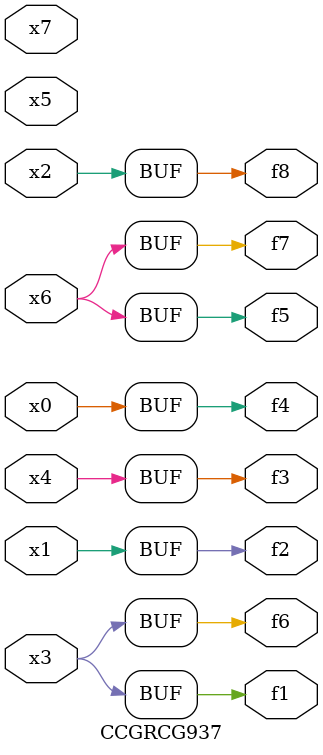
<source format=v>
module CCGRCG937(
	input x0, x1, x2, x3, x4, x5, x6, x7,
	output f1, f2, f3, f4, f5, f6, f7, f8
);
	assign f1 = x3;
	assign f2 = x1;
	assign f3 = x4;
	assign f4 = x0;
	assign f5 = x6;
	assign f6 = x3;
	assign f7 = x6;
	assign f8 = x2;
endmodule

</source>
